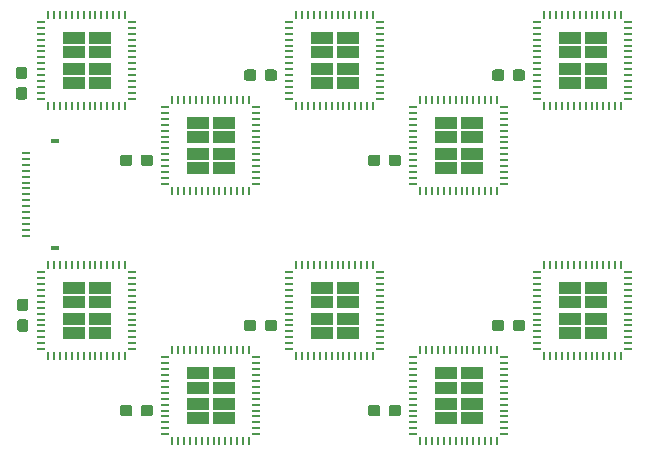
<source format=gbr>
G04 #@! TF.GenerationSoftware,KiCad,Pcbnew,(5.0.1)-3*
G04 #@! TF.CreationDate,2019-05-17T14:34:37+10:00*
G04 #@! TF.ProjectId,UVTV,555654562E6B696361645F7063620000,1*
G04 #@! TF.SameCoordinates,PX30291a0PY5aa5910*
G04 #@! TF.FileFunction,Paste,Bot*
G04 #@! TF.FilePolarity,Positive*
%FSLAX46Y46*%
G04 Gerber Fmt 4.6, Leading zero omitted, Abs format (unit mm)*
G04 Created by KiCad (PCBNEW (5.0.1)-3) date 2019-05-17 2:34:37 PM*
%MOMM*%
%LPD*%
G01*
G04 APERTURE LIST*
%ADD10R,1.960000X1.000000*%
%ADD11R,0.280000X0.690000*%
%ADD12R,0.690000X0.280000*%
%ADD13C,0.100000*%
%ADD14C,0.950000*%
%ADD15R,0.800000X0.400000*%
%ADD16R,0.750000X0.250000*%
G04 APERTURE END LIST*
D10*
G04 #@! TO.C,U-UV1A*
X16600000Y27150000D03*
X18800000Y27150000D03*
X16600000Y29750000D03*
X18800000Y29750000D03*
X18800000Y30950000D03*
X18800000Y28350000D03*
X16600000Y28350000D03*
X16600000Y30950000D03*
D11*
X20950000Y32885000D03*
X20450000Y32885000D03*
X19950000Y32885000D03*
X19450000Y32885000D03*
X18950000Y32885000D03*
X18450000Y32885000D03*
X17950000Y32885000D03*
X17450000Y32885000D03*
X16950000Y32885000D03*
X16450000Y32885000D03*
X15950000Y32885000D03*
X15450000Y32885000D03*
X14950000Y32885000D03*
X14450000Y32885000D03*
D12*
X13865000Y32300000D03*
X13865000Y31800000D03*
X13865000Y31300000D03*
X13865000Y30800000D03*
X13865000Y30300000D03*
X13865000Y29800000D03*
X13865000Y29300000D03*
X13865000Y28800000D03*
X13865000Y28300000D03*
X13865000Y27800000D03*
X13865000Y27300000D03*
X13865000Y26800000D03*
X13865000Y26300000D03*
X13865000Y25800000D03*
D11*
X14450000Y25215000D03*
X14950000Y25215000D03*
X15450000Y25215000D03*
X15950000Y25215000D03*
X16450000Y25215000D03*
X16950000Y25215000D03*
X17450000Y25215000D03*
X17950000Y25215000D03*
X18450000Y25215000D03*
X18950000Y25215000D03*
X19450000Y25215000D03*
X19950000Y25215000D03*
X20450000Y25215000D03*
X20950000Y25215000D03*
D12*
X21535000Y25800000D03*
X21535000Y26300000D03*
X21535000Y26800000D03*
X21535000Y27300000D03*
X21535000Y27800000D03*
X21535000Y28300000D03*
X21535000Y28800000D03*
X21535000Y29300000D03*
X21535000Y29800000D03*
X21535000Y30300000D03*
X21535000Y30800000D03*
X21535000Y31300000D03*
X21535000Y31800000D03*
X21535000Y32300000D03*
G04 #@! TD*
D10*
G04 #@! TO.C,U-RGB1A*
X6100000Y34350000D03*
X8300000Y34350000D03*
X6100000Y36950000D03*
X8300000Y36950000D03*
X8300000Y38150000D03*
X8300000Y35550000D03*
X6100000Y35550000D03*
X6100000Y38150000D03*
D11*
X10450000Y40085000D03*
X9950000Y40085000D03*
X9450000Y40085000D03*
X8950000Y40085000D03*
X8450000Y40085000D03*
X7950000Y40085000D03*
X7450000Y40085000D03*
X6950000Y40085000D03*
X6450000Y40085000D03*
X5950000Y40085000D03*
X5450000Y40085000D03*
X4950000Y40085000D03*
X4450000Y40085000D03*
X3950000Y40085000D03*
D12*
X3365000Y39500000D03*
X3365000Y39000000D03*
X3365000Y38500000D03*
X3365000Y38000000D03*
X3365000Y37500000D03*
X3365000Y37000000D03*
X3365000Y36500000D03*
X3365000Y36000000D03*
X3365000Y35500000D03*
X3365000Y35000000D03*
X3365000Y34500000D03*
X3365000Y34000000D03*
X3365000Y33500000D03*
X3365000Y33000000D03*
D11*
X3950000Y32415000D03*
X4450000Y32415000D03*
X4950000Y32415000D03*
X5450000Y32415000D03*
X5950000Y32415000D03*
X6450000Y32415000D03*
X6950000Y32415000D03*
X7450000Y32415000D03*
X7950000Y32415000D03*
X8450000Y32415000D03*
X8950000Y32415000D03*
X9450000Y32415000D03*
X9950000Y32415000D03*
X10450000Y32415000D03*
D12*
X11035000Y33000000D03*
X11035000Y33500000D03*
X11035000Y34000000D03*
X11035000Y34500000D03*
X11035000Y35000000D03*
X11035000Y35500000D03*
X11035000Y36000000D03*
X11035000Y36500000D03*
X11035000Y37000000D03*
X11035000Y37500000D03*
X11035000Y38000000D03*
X11035000Y38500000D03*
X11035000Y39000000D03*
X11035000Y39500000D03*
G04 #@! TD*
D13*
G04 #@! TO.C,C1A*
G36*
X1960779Y33973856D02*
X1983834Y33970437D01*
X2006443Y33964773D01*
X2028387Y33956921D01*
X2049457Y33946956D01*
X2069448Y33934974D01*
X2088168Y33921090D01*
X2105438Y33905438D01*
X2121090Y33888168D01*
X2134974Y33869448D01*
X2146956Y33849457D01*
X2156921Y33828387D01*
X2164773Y33806443D01*
X2170437Y33783834D01*
X2173856Y33760779D01*
X2175000Y33737500D01*
X2175000Y33162500D01*
X2173856Y33139221D01*
X2170437Y33116166D01*
X2164773Y33093557D01*
X2156921Y33071613D01*
X2146956Y33050543D01*
X2134974Y33030552D01*
X2121090Y33011832D01*
X2105438Y32994562D01*
X2088168Y32978910D01*
X2069448Y32965026D01*
X2049457Y32953044D01*
X2028387Y32943079D01*
X2006443Y32935227D01*
X1983834Y32929563D01*
X1960779Y32926144D01*
X1937500Y32925000D01*
X1462500Y32925000D01*
X1439221Y32926144D01*
X1416166Y32929563D01*
X1393557Y32935227D01*
X1371613Y32943079D01*
X1350543Y32953044D01*
X1330552Y32965026D01*
X1311832Y32978910D01*
X1294562Y32994562D01*
X1278910Y33011832D01*
X1265026Y33030552D01*
X1253044Y33050543D01*
X1243079Y33071613D01*
X1235227Y33093557D01*
X1229563Y33116166D01*
X1226144Y33139221D01*
X1225000Y33162500D01*
X1225000Y33737500D01*
X1226144Y33760779D01*
X1229563Y33783834D01*
X1235227Y33806443D01*
X1243079Y33828387D01*
X1253044Y33849457D01*
X1265026Y33869448D01*
X1278910Y33888168D01*
X1294562Y33905438D01*
X1311832Y33921090D01*
X1330552Y33934974D01*
X1350543Y33946956D01*
X1371613Y33956921D01*
X1393557Y33964773D01*
X1416166Y33970437D01*
X1439221Y33973856D01*
X1462500Y33975000D01*
X1937500Y33975000D01*
X1960779Y33973856D01*
X1960779Y33973856D01*
G37*
D14*
X1700000Y33450000D03*
D13*
G36*
X1960779Y35723856D02*
X1983834Y35720437D01*
X2006443Y35714773D01*
X2028387Y35706921D01*
X2049457Y35696956D01*
X2069448Y35684974D01*
X2088168Y35671090D01*
X2105438Y35655438D01*
X2121090Y35638168D01*
X2134974Y35619448D01*
X2146956Y35599457D01*
X2156921Y35578387D01*
X2164773Y35556443D01*
X2170437Y35533834D01*
X2173856Y35510779D01*
X2175000Y35487500D01*
X2175000Y34912500D01*
X2173856Y34889221D01*
X2170437Y34866166D01*
X2164773Y34843557D01*
X2156921Y34821613D01*
X2146956Y34800543D01*
X2134974Y34780552D01*
X2121090Y34761832D01*
X2105438Y34744562D01*
X2088168Y34728910D01*
X2069448Y34715026D01*
X2049457Y34703044D01*
X2028387Y34693079D01*
X2006443Y34685227D01*
X1983834Y34679563D01*
X1960779Y34676144D01*
X1937500Y34675000D01*
X1462500Y34675000D01*
X1439221Y34676144D01*
X1416166Y34679563D01*
X1393557Y34685227D01*
X1371613Y34693079D01*
X1350543Y34703044D01*
X1330552Y34715026D01*
X1311832Y34728910D01*
X1294562Y34744562D01*
X1278910Y34761832D01*
X1265026Y34780552D01*
X1253044Y34800543D01*
X1243079Y34821613D01*
X1235227Y34843557D01*
X1229563Y34866166D01*
X1226144Y34889221D01*
X1225000Y34912500D01*
X1225000Y35487500D01*
X1226144Y35510779D01*
X1229563Y35533834D01*
X1235227Y35556443D01*
X1243079Y35578387D01*
X1253044Y35599457D01*
X1265026Y35619448D01*
X1278910Y35638168D01*
X1294562Y35655438D01*
X1311832Y35671090D01*
X1330552Y35684974D01*
X1350543Y35696956D01*
X1371613Y35706921D01*
X1393557Y35714773D01*
X1416166Y35720437D01*
X1439221Y35723856D01*
X1462500Y35725000D01*
X1937500Y35725000D01*
X1960779Y35723856D01*
X1960779Y35723856D01*
G37*
D14*
X1700000Y35200000D03*
G04 #@! TD*
D13*
G04 #@! TO.C,C1B*
G36*
X10860779Y28273856D02*
X10883834Y28270437D01*
X10906443Y28264773D01*
X10928387Y28256921D01*
X10949457Y28246956D01*
X10969448Y28234974D01*
X10988168Y28221090D01*
X11005438Y28205438D01*
X11021090Y28188168D01*
X11034974Y28169448D01*
X11046956Y28149457D01*
X11056921Y28128387D01*
X11064773Y28106443D01*
X11070437Y28083834D01*
X11073856Y28060779D01*
X11075000Y28037500D01*
X11075000Y27562500D01*
X11073856Y27539221D01*
X11070437Y27516166D01*
X11064773Y27493557D01*
X11056921Y27471613D01*
X11046956Y27450543D01*
X11034974Y27430552D01*
X11021090Y27411832D01*
X11005438Y27394562D01*
X10988168Y27378910D01*
X10969448Y27365026D01*
X10949457Y27353044D01*
X10928387Y27343079D01*
X10906443Y27335227D01*
X10883834Y27329563D01*
X10860779Y27326144D01*
X10837500Y27325000D01*
X10262500Y27325000D01*
X10239221Y27326144D01*
X10216166Y27329563D01*
X10193557Y27335227D01*
X10171613Y27343079D01*
X10150543Y27353044D01*
X10130552Y27365026D01*
X10111832Y27378910D01*
X10094562Y27394562D01*
X10078910Y27411832D01*
X10065026Y27430552D01*
X10053044Y27450543D01*
X10043079Y27471613D01*
X10035227Y27493557D01*
X10029563Y27516166D01*
X10026144Y27539221D01*
X10025000Y27562500D01*
X10025000Y28037500D01*
X10026144Y28060779D01*
X10029563Y28083834D01*
X10035227Y28106443D01*
X10043079Y28128387D01*
X10053044Y28149457D01*
X10065026Y28169448D01*
X10078910Y28188168D01*
X10094562Y28205438D01*
X10111832Y28221090D01*
X10130552Y28234974D01*
X10150543Y28246956D01*
X10171613Y28256921D01*
X10193557Y28264773D01*
X10216166Y28270437D01*
X10239221Y28273856D01*
X10262500Y28275000D01*
X10837500Y28275000D01*
X10860779Y28273856D01*
X10860779Y28273856D01*
G37*
D14*
X10550000Y27800000D03*
D13*
G36*
X12610779Y28273856D02*
X12633834Y28270437D01*
X12656443Y28264773D01*
X12678387Y28256921D01*
X12699457Y28246956D01*
X12719448Y28234974D01*
X12738168Y28221090D01*
X12755438Y28205438D01*
X12771090Y28188168D01*
X12784974Y28169448D01*
X12796956Y28149457D01*
X12806921Y28128387D01*
X12814773Y28106443D01*
X12820437Y28083834D01*
X12823856Y28060779D01*
X12825000Y28037500D01*
X12825000Y27562500D01*
X12823856Y27539221D01*
X12820437Y27516166D01*
X12814773Y27493557D01*
X12806921Y27471613D01*
X12796956Y27450543D01*
X12784974Y27430552D01*
X12771090Y27411832D01*
X12755438Y27394562D01*
X12738168Y27378910D01*
X12719448Y27365026D01*
X12699457Y27353044D01*
X12678387Y27343079D01*
X12656443Y27335227D01*
X12633834Y27329563D01*
X12610779Y27326144D01*
X12587500Y27325000D01*
X12012500Y27325000D01*
X11989221Y27326144D01*
X11966166Y27329563D01*
X11943557Y27335227D01*
X11921613Y27343079D01*
X11900543Y27353044D01*
X11880552Y27365026D01*
X11861832Y27378910D01*
X11844562Y27394562D01*
X11828910Y27411832D01*
X11815026Y27430552D01*
X11803044Y27450543D01*
X11793079Y27471613D01*
X11785227Y27493557D01*
X11779563Y27516166D01*
X11776144Y27539221D01*
X11775000Y27562500D01*
X11775000Y28037500D01*
X11776144Y28060779D01*
X11779563Y28083834D01*
X11785227Y28106443D01*
X11793079Y28128387D01*
X11803044Y28149457D01*
X11815026Y28169448D01*
X11828910Y28188168D01*
X11844562Y28205438D01*
X11861832Y28221090D01*
X11880552Y28234974D01*
X11900543Y28246956D01*
X11921613Y28256921D01*
X11943557Y28264773D01*
X11966166Y28270437D01*
X11989221Y28273856D01*
X12012500Y28275000D01*
X12587500Y28275000D01*
X12610779Y28273856D01*
X12610779Y28273856D01*
G37*
D14*
X12300000Y27800000D03*
G04 #@! TD*
D13*
G04 #@! TO.C,C1C*
G36*
X21360779Y35473856D02*
X21383834Y35470437D01*
X21406443Y35464773D01*
X21428387Y35456921D01*
X21449457Y35446956D01*
X21469448Y35434974D01*
X21488168Y35421090D01*
X21505438Y35405438D01*
X21521090Y35388168D01*
X21534974Y35369448D01*
X21546956Y35349457D01*
X21556921Y35328387D01*
X21564773Y35306443D01*
X21570437Y35283834D01*
X21573856Y35260779D01*
X21575000Y35237500D01*
X21575000Y34762500D01*
X21573856Y34739221D01*
X21570437Y34716166D01*
X21564773Y34693557D01*
X21556921Y34671613D01*
X21546956Y34650543D01*
X21534974Y34630552D01*
X21521090Y34611832D01*
X21505438Y34594562D01*
X21488168Y34578910D01*
X21469448Y34565026D01*
X21449457Y34553044D01*
X21428387Y34543079D01*
X21406443Y34535227D01*
X21383834Y34529563D01*
X21360779Y34526144D01*
X21337500Y34525000D01*
X20762500Y34525000D01*
X20739221Y34526144D01*
X20716166Y34529563D01*
X20693557Y34535227D01*
X20671613Y34543079D01*
X20650543Y34553044D01*
X20630552Y34565026D01*
X20611832Y34578910D01*
X20594562Y34594562D01*
X20578910Y34611832D01*
X20565026Y34630552D01*
X20553044Y34650543D01*
X20543079Y34671613D01*
X20535227Y34693557D01*
X20529563Y34716166D01*
X20526144Y34739221D01*
X20525000Y34762500D01*
X20525000Y35237500D01*
X20526144Y35260779D01*
X20529563Y35283834D01*
X20535227Y35306443D01*
X20543079Y35328387D01*
X20553044Y35349457D01*
X20565026Y35369448D01*
X20578910Y35388168D01*
X20594562Y35405438D01*
X20611832Y35421090D01*
X20630552Y35434974D01*
X20650543Y35446956D01*
X20671613Y35456921D01*
X20693557Y35464773D01*
X20716166Y35470437D01*
X20739221Y35473856D01*
X20762500Y35475000D01*
X21337500Y35475000D01*
X21360779Y35473856D01*
X21360779Y35473856D01*
G37*
D14*
X21050000Y35000000D03*
D13*
G36*
X23110779Y35473856D02*
X23133834Y35470437D01*
X23156443Y35464773D01*
X23178387Y35456921D01*
X23199457Y35446956D01*
X23219448Y35434974D01*
X23238168Y35421090D01*
X23255438Y35405438D01*
X23271090Y35388168D01*
X23284974Y35369448D01*
X23296956Y35349457D01*
X23306921Y35328387D01*
X23314773Y35306443D01*
X23320437Y35283834D01*
X23323856Y35260779D01*
X23325000Y35237500D01*
X23325000Y34762500D01*
X23323856Y34739221D01*
X23320437Y34716166D01*
X23314773Y34693557D01*
X23306921Y34671613D01*
X23296956Y34650543D01*
X23284974Y34630552D01*
X23271090Y34611832D01*
X23255438Y34594562D01*
X23238168Y34578910D01*
X23219448Y34565026D01*
X23199457Y34553044D01*
X23178387Y34543079D01*
X23156443Y34535227D01*
X23133834Y34529563D01*
X23110779Y34526144D01*
X23087500Y34525000D01*
X22512500Y34525000D01*
X22489221Y34526144D01*
X22466166Y34529563D01*
X22443557Y34535227D01*
X22421613Y34543079D01*
X22400543Y34553044D01*
X22380552Y34565026D01*
X22361832Y34578910D01*
X22344562Y34594562D01*
X22328910Y34611832D01*
X22315026Y34630552D01*
X22303044Y34650543D01*
X22293079Y34671613D01*
X22285227Y34693557D01*
X22279563Y34716166D01*
X22276144Y34739221D01*
X22275000Y34762500D01*
X22275000Y35237500D01*
X22276144Y35260779D01*
X22279563Y35283834D01*
X22285227Y35306443D01*
X22293079Y35328387D01*
X22303044Y35349457D01*
X22315026Y35369448D01*
X22328910Y35388168D01*
X22344562Y35405438D01*
X22361832Y35421090D01*
X22380552Y35434974D01*
X22400543Y35446956D01*
X22421613Y35456921D01*
X22443557Y35464773D01*
X22466166Y35470437D01*
X22489221Y35473856D01*
X22512500Y35475000D01*
X23087500Y35475000D01*
X23110779Y35473856D01*
X23110779Y35473856D01*
G37*
D14*
X22800000Y35000000D03*
G04 #@! TD*
D13*
G04 #@! TO.C,C1D*
G36*
X31860779Y28273856D02*
X31883834Y28270437D01*
X31906443Y28264773D01*
X31928387Y28256921D01*
X31949457Y28246956D01*
X31969448Y28234974D01*
X31988168Y28221090D01*
X32005438Y28205438D01*
X32021090Y28188168D01*
X32034974Y28169448D01*
X32046956Y28149457D01*
X32056921Y28128387D01*
X32064773Y28106443D01*
X32070437Y28083834D01*
X32073856Y28060779D01*
X32075000Y28037500D01*
X32075000Y27562500D01*
X32073856Y27539221D01*
X32070437Y27516166D01*
X32064773Y27493557D01*
X32056921Y27471613D01*
X32046956Y27450543D01*
X32034974Y27430552D01*
X32021090Y27411832D01*
X32005438Y27394562D01*
X31988168Y27378910D01*
X31969448Y27365026D01*
X31949457Y27353044D01*
X31928387Y27343079D01*
X31906443Y27335227D01*
X31883834Y27329563D01*
X31860779Y27326144D01*
X31837500Y27325000D01*
X31262500Y27325000D01*
X31239221Y27326144D01*
X31216166Y27329563D01*
X31193557Y27335227D01*
X31171613Y27343079D01*
X31150543Y27353044D01*
X31130552Y27365026D01*
X31111832Y27378910D01*
X31094562Y27394562D01*
X31078910Y27411832D01*
X31065026Y27430552D01*
X31053044Y27450543D01*
X31043079Y27471613D01*
X31035227Y27493557D01*
X31029563Y27516166D01*
X31026144Y27539221D01*
X31025000Y27562500D01*
X31025000Y28037500D01*
X31026144Y28060779D01*
X31029563Y28083834D01*
X31035227Y28106443D01*
X31043079Y28128387D01*
X31053044Y28149457D01*
X31065026Y28169448D01*
X31078910Y28188168D01*
X31094562Y28205438D01*
X31111832Y28221090D01*
X31130552Y28234974D01*
X31150543Y28246956D01*
X31171613Y28256921D01*
X31193557Y28264773D01*
X31216166Y28270437D01*
X31239221Y28273856D01*
X31262500Y28275000D01*
X31837500Y28275000D01*
X31860779Y28273856D01*
X31860779Y28273856D01*
G37*
D14*
X31550000Y27800000D03*
D13*
G36*
X33610779Y28273856D02*
X33633834Y28270437D01*
X33656443Y28264773D01*
X33678387Y28256921D01*
X33699457Y28246956D01*
X33719448Y28234974D01*
X33738168Y28221090D01*
X33755438Y28205438D01*
X33771090Y28188168D01*
X33784974Y28169448D01*
X33796956Y28149457D01*
X33806921Y28128387D01*
X33814773Y28106443D01*
X33820437Y28083834D01*
X33823856Y28060779D01*
X33825000Y28037500D01*
X33825000Y27562500D01*
X33823856Y27539221D01*
X33820437Y27516166D01*
X33814773Y27493557D01*
X33806921Y27471613D01*
X33796956Y27450543D01*
X33784974Y27430552D01*
X33771090Y27411832D01*
X33755438Y27394562D01*
X33738168Y27378910D01*
X33719448Y27365026D01*
X33699457Y27353044D01*
X33678387Y27343079D01*
X33656443Y27335227D01*
X33633834Y27329563D01*
X33610779Y27326144D01*
X33587500Y27325000D01*
X33012500Y27325000D01*
X32989221Y27326144D01*
X32966166Y27329563D01*
X32943557Y27335227D01*
X32921613Y27343079D01*
X32900543Y27353044D01*
X32880552Y27365026D01*
X32861832Y27378910D01*
X32844562Y27394562D01*
X32828910Y27411832D01*
X32815026Y27430552D01*
X32803044Y27450543D01*
X32793079Y27471613D01*
X32785227Y27493557D01*
X32779563Y27516166D01*
X32776144Y27539221D01*
X32775000Y27562500D01*
X32775000Y28037500D01*
X32776144Y28060779D01*
X32779563Y28083834D01*
X32785227Y28106443D01*
X32793079Y28128387D01*
X32803044Y28149457D01*
X32815026Y28169448D01*
X32828910Y28188168D01*
X32844562Y28205438D01*
X32861832Y28221090D01*
X32880552Y28234974D01*
X32900543Y28246956D01*
X32921613Y28256921D01*
X32943557Y28264773D01*
X32966166Y28270437D01*
X32989221Y28273856D01*
X33012500Y28275000D01*
X33587500Y28275000D01*
X33610779Y28273856D01*
X33610779Y28273856D01*
G37*
D14*
X33300000Y27800000D03*
G04 #@! TD*
D13*
G04 #@! TO.C,C1E*
G36*
X42360779Y35473856D02*
X42383834Y35470437D01*
X42406443Y35464773D01*
X42428387Y35456921D01*
X42449457Y35446956D01*
X42469448Y35434974D01*
X42488168Y35421090D01*
X42505438Y35405438D01*
X42521090Y35388168D01*
X42534974Y35369448D01*
X42546956Y35349457D01*
X42556921Y35328387D01*
X42564773Y35306443D01*
X42570437Y35283834D01*
X42573856Y35260779D01*
X42575000Y35237500D01*
X42575000Y34762500D01*
X42573856Y34739221D01*
X42570437Y34716166D01*
X42564773Y34693557D01*
X42556921Y34671613D01*
X42546956Y34650543D01*
X42534974Y34630552D01*
X42521090Y34611832D01*
X42505438Y34594562D01*
X42488168Y34578910D01*
X42469448Y34565026D01*
X42449457Y34553044D01*
X42428387Y34543079D01*
X42406443Y34535227D01*
X42383834Y34529563D01*
X42360779Y34526144D01*
X42337500Y34525000D01*
X41762500Y34525000D01*
X41739221Y34526144D01*
X41716166Y34529563D01*
X41693557Y34535227D01*
X41671613Y34543079D01*
X41650543Y34553044D01*
X41630552Y34565026D01*
X41611832Y34578910D01*
X41594562Y34594562D01*
X41578910Y34611832D01*
X41565026Y34630552D01*
X41553044Y34650543D01*
X41543079Y34671613D01*
X41535227Y34693557D01*
X41529563Y34716166D01*
X41526144Y34739221D01*
X41525000Y34762500D01*
X41525000Y35237500D01*
X41526144Y35260779D01*
X41529563Y35283834D01*
X41535227Y35306443D01*
X41543079Y35328387D01*
X41553044Y35349457D01*
X41565026Y35369448D01*
X41578910Y35388168D01*
X41594562Y35405438D01*
X41611832Y35421090D01*
X41630552Y35434974D01*
X41650543Y35446956D01*
X41671613Y35456921D01*
X41693557Y35464773D01*
X41716166Y35470437D01*
X41739221Y35473856D01*
X41762500Y35475000D01*
X42337500Y35475000D01*
X42360779Y35473856D01*
X42360779Y35473856D01*
G37*
D14*
X42050000Y35000000D03*
D13*
G36*
X44110779Y35473856D02*
X44133834Y35470437D01*
X44156443Y35464773D01*
X44178387Y35456921D01*
X44199457Y35446956D01*
X44219448Y35434974D01*
X44238168Y35421090D01*
X44255438Y35405438D01*
X44271090Y35388168D01*
X44284974Y35369448D01*
X44296956Y35349457D01*
X44306921Y35328387D01*
X44314773Y35306443D01*
X44320437Y35283834D01*
X44323856Y35260779D01*
X44325000Y35237500D01*
X44325000Y34762500D01*
X44323856Y34739221D01*
X44320437Y34716166D01*
X44314773Y34693557D01*
X44306921Y34671613D01*
X44296956Y34650543D01*
X44284974Y34630552D01*
X44271090Y34611832D01*
X44255438Y34594562D01*
X44238168Y34578910D01*
X44219448Y34565026D01*
X44199457Y34553044D01*
X44178387Y34543079D01*
X44156443Y34535227D01*
X44133834Y34529563D01*
X44110779Y34526144D01*
X44087500Y34525000D01*
X43512500Y34525000D01*
X43489221Y34526144D01*
X43466166Y34529563D01*
X43443557Y34535227D01*
X43421613Y34543079D01*
X43400543Y34553044D01*
X43380552Y34565026D01*
X43361832Y34578910D01*
X43344562Y34594562D01*
X43328910Y34611832D01*
X43315026Y34630552D01*
X43303044Y34650543D01*
X43293079Y34671613D01*
X43285227Y34693557D01*
X43279563Y34716166D01*
X43276144Y34739221D01*
X43275000Y34762500D01*
X43275000Y35237500D01*
X43276144Y35260779D01*
X43279563Y35283834D01*
X43285227Y35306443D01*
X43293079Y35328387D01*
X43303044Y35349457D01*
X43315026Y35369448D01*
X43328910Y35388168D01*
X43344562Y35405438D01*
X43361832Y35421090D01*
X43380552Y35434974D01*
X43400543Y35446956D01*
X43421613Y35456921D01*
X43443557Y35464773D01*
X43466166Y35470437D01*
X43489221Y35473856D01*
X43512500Y35475000D01*
X44087500Y35475000D01*
X44110779Y35473856D01*
X44110779Y35473856D01*
G37*
D14*
X43800000Y35000000D03*
G04 #@! TD*
D13*
G04 #@! TO.C,C2A*
G36*
X2060779Y16073856D02*
X2083834Y16070437D01*
X2106443Y16064773D01*
X2128387Y16056921D01*
X2149457Y16046956D01*
X2169448Y16034974D01*
X2188168Y16021090D01*
X2205438Y16005438D01*
X2221090Y15988168D01*
X2234974Y15969448D01*
X2246956Y15949457D01*
X2256921Y15928387D01*
X2264773Y15906443D01*
X2270437Y15883834D01*
X2273856Y15860779D01*
X2275000Y15837500D01*
X2275000Y15262500D01*
X2273856Y15239221D01*
X2270437Y15216166D01*
X2264773Y15193557D01*
X2256921Y15171613D01*
X2246956Y15150543D01*
X2234974Y15130552D01*
X2221090Y15111832D01*
X2205438Y15094562D01*
X2188168Y15078910D01*
X2169448Y15065026D01*
X2149457Y15053044D01*
X2128387Y15043079D01*
X2106443Y15035227D01*
X2083834Y15029563D01*
X2060779Y15026144D01*
X2037500Y15025000D01*
X1562500Y15025000D01*
X1539221Y15026144D01*
X1516166Y15029563D01*
X1493557Y15035227D01*
X1471613Y15043079D01*
X1450543Y15053044D01*
X1430552Y15065026D01*
X1411832Y15078910D01*
X1394562Y15094562D01*
X1378910Y15111832D01*
X1365026Y15130552D01*
X1353044Y15150543D01*
X1343079Y15171613D01*
X1335227Y15193557D01*
X1329563Y15216166D01*
X1326144Y15239221D01*
X1325000Y15262500D01*
X1325000Y15837500D01*
X1326144Y15860779D01*
X1329563Y15883834D01*
X1335227Y15906443D01*
X1343079Y15928387D01*
X1353044Y15949457D01*
X1365026Y15969448D01*
X1378910Y15988168D01*
X1394562Y16005438D01*
X1411832Y16021090D01*
X1430552Y16034974D01*
X1450543Y16046956D01*
X1471613Y16056921D01*
X1493557Y16064773D01*
X1516166Y16070437D01*
X1539221Y16073856D01*
X1562500Y16075000D01*
X2037500Y16075000D01*
X2060779Y16073856D01*
X2060779Y16073856D01*
G37*
D14*
X1800000Y15550000D03*
D13*
G36*
X2060779Y14323856D02*
X2083834Y14320437D01*
X2106443Y14314773D01*
X2128387Y14306921D01*
X2149457Y14296956D01*
X2169448Y14284974D01*
X2188168Y14271090D01*
X2205438Y14255438D01*
X2221090Y14238168D01*
X2234974Y14219448D01*
X2246956Y14199457D01*
X2256921Y14178387D01*
X2264773Y14156443D01*
X2270437Y14133834D01*
X2273856Y14110779D01*
X2275000Y14087500D01*
X2275000Y13512500D01*
X2273856Y13489221D01*
X2270437Y13466166D01*
X2264773Y13443557D01*
X2256921Y13421613D01*
X2246956Y13400543D01*
X2234974Y13380552D01*
X2221090Y13361832D01*
X2205438Y13344562D01*
X2188168Y13328910D01*
X2169448Y13315026D01*
X2149457Y13303044D01*
X2128387Y13293079D01*
X2106443Y13285227D01*
X2083834Y13279563D01*
X2060779Y13276144D01*
X2037500Y13275000D01*
X1562500Y13275000D01*
X1539221Y13276144D01*
X1516166Y13279563D01*
X1493557Y13285227D01*
X1471613Y13293079D01*
X1450543Y13303044D01*
X1430552Y13315026D01*
X1411832Y13328910D01*
X1394562Y13344562D01*
X1378910Y13361832D01*
X1365026Y13380552D01*
X1353044Y13400543D01*
X1343079Y13421613D01*
X1335227Y13443557D01*
X1329563Y13466166D01*
X1326144Y13489221D01*
X1325000Y13512500D01*
X1325000Y14087500D01*
X1326144Y14110779D01*
X1329563Y14133834D01*
X1335227Y14156443D01*
X1343079Y14178387D01*
X1353044Y14199457D01*
X1365026Y14219448D01*
X1378910Y14238168D01*
X1394562Y14255438D01*
X1411832Y14271090D01*
X1430552Y14284974D01*
X1450543Y14296956D01*
X1471613Y14306921D01*
X1493557Y14314773D01*
X1516166Y14320437D01*
X1539221Y14323856D01*
X1562500Y14325000D01*
X2037500Y14325000D01*
X2060779Y14323856D01*
X2060779Y14323856D01*
G37*
D14*
X1800000Y13800000D03*
G04 #@! TD*
D13*
G04 #@! TO.C,C2B*
G36*
X10860779Y7073856D02*
X10883834Y7070437D01*
X10906443Y7064773D01*
X10928387Y7056921D01*
X10949457Y7046956D01*
X10969448Y7034974D01*
X10988168Y7021090D01*
X11005438Y7005438D01*
X11021090Y6988168D01*
X11034974Y6969448D01*
X11046956Y6949457D01*
X11056921Y6928387D01*
X11064773Y6906443D01*
X11070437Y6883834D01*
X11073856Y6860779D01*
X11075000Y6837500D01*
X11075000Y6362500D01*
X11073856Y6339221D01*
X11070437Y6316166D01*
X11064773Y6293557D01*
X11056921Y6271613D01*
X11046956Y6250543D01*
X11034974Y6230552D01*
X11021090Y6211832D01*
X11005438Y6194562D01*
X10988168Y6178910D01*
X10969448Y6165026D01*
X10949457Y6153044D01*
X10928387Y6143079D01*
X10906443Y6135227D01*
X10883834Y6129563D01*
X10860779Y6126144D01*
X10837500Y6125000D01*
X10262500Y6125000D01*
X10239221Y6126144D01*
X10216166Y6129563D01*
X10193557Y6135227D01*
X10171613Y6143079D01*
X10150543Y6153044D01*
X10130552Y6165026D01*
X10111832Y6178910D01*
X10094562Y6194562D01*
X10078910Y6211832D01*
X10065026Y6230552D01*
X10053044Y6250543D01*
X10043079Y6271613D01*
X10035227Y6293557D01*
X10029563Y6316166D01*
X10026144Y6339221D01*
X10025000Y6362500D01*
X10025000Y6837500D01*
X10026144Y6860779D01*
X10029563Y6883834D01*
X10035227Y6906443D01*
X10043079Y6928387D01*
X10053044Y6949457D01*
X10065026Y6969448D01*
X10078910Y6988168D01*
X10094562Y7005438D01*
X10111832Y7021090D01*
X10130552Y7034974D01*
X10150543Y7046956D01*
X10171613Y7056921D01*
X10193557Y7064773D01*
X10216166Y7070437D01*
X10239221Y7073856D01*
X10262500Y7075000D01*
X10837500Y7075000D01*
X10860779Y7073856D01*
X10860779Y7073856D01*
G37*
D14*
X10550000Y6600000D03*
D13*
G36*
X12610779Y7073856D02*
X12633834Y7070437D01*
X12656443Y7064773D01*
X12678387Y7056921D01*
X12699457Y7046956D01*
X12719448Y7034974D01*
X12738168Y7021090D01*
X12755438Y7005438D01*
X12771090Y6988168D01*
X12784974Y6969448D01*
X12796956Y6949457D01*
X12806921Y6928387D01*
X12814773Y6906443D01*
X12820437Y6883834D01*
X12823856Y6860779D01*
X12825000Y6837500D01*
X12825000Y6362500D01*
X12823856Y6339221D01*
X12820437Y6316166D01*
X12814773Y6293557D01*
X12806921Y6271613D01*
X12796956Y6250543D01*
X12784974Y6230552D01*
X12771090Y6211832D01*
X12755438Y6194562D01*
X12738168Y6178910D01*
X12719448Y6165026D01*
X12699457Y6153044D01*
X12678387Y6143079D01*
X12656443Y6135227D01*
X12633834Y6129563D01*
X12610779Y6126144D01*
X12587500Y6125000D01*
X12012500Y6125000D01*
X11989221Y6126144D01*
X11966166Y6129563D01*
X11943557Y6135227D01*
X11921613Y6143079D01*
X11900543Y6153044D01*
X11880552Y6165026D01*
X11861832Y6178910D01*
X11844562Y6194562D01*
X11828910Y6211832D01*
X11815026Y6230552D01*
X11803044Y6250543D01*
X11793079Y6271613D01*
X11785227Y6293557D01*
X11779563Y6316166D01*
X11776144Y6339221D01*
X11775000Y6362500D01*
X11775000Y6837500D01*
X11776144Y6860779D01*
X11779563Y6883834D01*
X11785227Y6906443D01*
X11793079Y6928387D01*
X11803044Y6949457D01*
X11815026Y6969448D01*
X11828910Y6988168D01*
X11844562Y7005438D01*
X11861832Y7021090D01*
X11880552Y7034974D01*
X11900543Y7046956D01*
X11921613Y7056921D01*
X11943557Y7064773D01*
X11966166Y7070437D01*
X11989221Y7073856D01*
X12012500Y7075000D01*
X12587500Y7075000D01*
X12610779Y7073856D01*
X12610779Y7073856D01*
G37*
D14*
X12300000Y6600000D03*
G04 #@! TD*
D13*
G04 #@! TO.C,C2C*
G36*
X21360779Y14273856D02*
X21383834Y14270437D01*
X21406443Y14264773D01*
X21428387Y14256921D01*
X21449457Y14246956D01*
X21469448Y14234974D01*
X21488168Y14221090D01*
X21505438Y14205438D01*
X21521090Y14188168D01*
X21534974Y14169448D01*
X21546956Y14149457D01*
X21556921Y14128387D01*
X21564773Y14106443D01*
X21570437Y14083834D01*
X21573856Y14060779D01*
X21575000Y14037500D01*
X21575000Y13562500D01*
X21573856Y13539221D01*
X21570437Y13516166D01*
X21564773Y13493557D01*
X21556921Y13471613D01*
X21546956Y13450543D01*
X21534974Y13430552D01*
X21521090Y13411832D01*
X21505438Y13394562D01*
X21488168Y13378910D01*
X21469448Y13365026D01*
X21449457Y13353044D01*
X21428387Y13343079D01*
X21406443Y13335227D01*
X21383834Y13329563D01*
X21360779Y13326144D01*
X21337500Y13325000D01*
X20762500Y13325000D01*
X20739221Y13326144D01*
X20716166Y13329563D01*
X20693557Y13335227D01*
X20671613Y13343079D01*
X20650543Y13353044D01*
X20630552Y13365026D01*
X20611832Y13378910D01*
X20594562Y13394562D01*
X20578910Y13411832D01*
X20565026Y13430552D01*
X20553044Y13450543D01*
X20543079Y13471613D01*
X20535227Y13493557D01*
X20529563Y13516166D01*
X20526144Y13539221D01*
X20525000Y13562500D01*
X20525000Y14037500D01*
X20526144Y14060779D01*
X20529563Y14083834D01*
X20535227Y14106443D01*
X20543079Y14128387D01*
X20553044Y14149457D01*
X20565026Y14169448D01*
X20578910Y14188168D01*
X20594562Y14205438D01*
X20611832Y14221090D01*
X20630552Y14234974D01*
X20650543Y14246956D01*
X20671613Y14256921D01*
X20693557Y14264773D01*
X20716166Y14270437D01*
X20739221Y14273856D01*
X20762500Y14275000D01*
X21337500Y14275000D01*
X21360779Y14273856D01*
X21360779Y14273856D01*
G37*
D14*
X21050000Y13800000D03*
D13*
G36*
X23110779Y14273856D02*
X23133834Y14270437D01*
X23156443Y14264773D01*
X23178387Y14256921D01*
X23199457Y14246956D01*
X23219448Y14234974D01*
X23238168Y14221090D01*
X23255438Y14205438D01*
X23271090Y14188168D01*
X23284974Y14169448D01*
X23296956Y14149457D01*
X23306921Y14128387D01*
X23314773Y14106443D01*
X23320437Y14083834D01*
X23323856Y14060779D01*
X23325000Y14037500D01*
X23325000Y13562500D01*
X23323856Y13539221D01*
X23320437Y13516166D01*
X23314773Y13493557D01*
X23306921Y13471613D01*
X23296956Y13450543D01*
X23284974Y13430552D01*
X23271090Y13411832D01*
X23255438Y13394562D01*
X23238168Y13378910D01*
X23219448Y13365026D01*
X23199457Y13353044D01*
X23178387Y13343079D01*
X23156443Y13335227D01*
X23133834Y13329563D01*
X23110779Y13326144D01*
X23087500Y13325000D01*
X22512500Y13325000D01*
X22489221Y13326144D01*
X22466166Y13329563D01*
X22443557Y13335227D01*
X22421613Y13343079D01*
X22400543Y13353044D01*
X22380552Y13365026D01*
X22361832Y13378910D01*
X22344562Y13394562D01*
X22328910Y13411832D01*
X22315026Y13430552D01*
X22303044Y13450543D01*
X22293079Y13471613D01*
X22285227Y13493557D01*
X22279563Y13516166D01*
X22276144Y13539221D01*
X22275000Y13562500D01*
X22275000Y14037500D01*
X22276144Y14060779D01*
X22279563Y14083834D01*
X22285227Y14106443D01*
X22293079Y14128387D01*
X22303044Y14149457D01*
X22315026Y14169448D01*
X22328910Y14188168D01*
X22344562Y14205438D01*
X22361832Y14221090D01*
X22380552Y14234974D01*
X22400543Y14246956D01*
X22421613Y14256921D01*
X22443557Y14264773D01*
X22466166Y14270437D01*
X22489221Y14273856D01*
X22512500Y14275000D01*
X23087500Y14275000D01*
X23110779Y14273856D01*
X23110779Y14273856D01*
G37*
D14*
X22800000Y13800000D03*
G04 #@! TD*
D13*
G04 #@! TO.C,C2D*
G36*
X31860779Y7073856D02*
X31883834Y7070437D01*
X31906443Y7064773D01*
X31928387Y7056921D01*
X31949457Y7046956D01*
X31969448Y7034974D01*
X31988168Y7021090D01*
X32005438Y7005438D01*
X32021090Y6988168D01*
X32034974Y6969448D01*
X32046956Y6949457D01*
X32056921Y6928387D01*
X32064773Y6906443D01*
X32070437Y6883834D01*
X32073856Y6860779D01*
X32075000Y6837500D01*
X32075000Y6362500D01*
X32073856Y6339221D01*
X32070437Y6316166D01*
X32064773Y6293557D01*
X32056921Y6271613D01*
X32046956Y6250543D01*
X32034974Y6230552D01*
X32021090Y6211832D01*
X32005438Y6194562D01*
X31988168Y6178910D01*
X31969448Y6165026D01*
X31949457Y6153044D01*
X31928387Y6143079D01*
X31906443Y6135227D01*
X31883834Y6129563D01*
X31860779Y6126144D01*
X31837500Y6125000D01*
X31262500Y6125000D01*
X31239221Y6126144D01*
X31216166Y6129563D01*
X31193557Y6135227D01*
X31171613Y6143079D01*
X31150543Y6153044D01*
X31130552Y6165026D01*
X31111832Y6178910D01*
X31094562Y6194562D01*
X31078910Y6211832D01*
X31065026Y6230552D01*
X31053044Y6250543D01*
X31043079Y6271613D01*
X31035227Y6293557D01*
X31029563Y6316166D01*
X31026144Y6339221D01*
X31025000Y6362500D01*
X31025000Y6837500D01*
X31026144Y6860779D01*
X31029563Y6883834D01*
X31035227Y6906443D01*
X31043079Y6928387D01*
X31053044Y6949457D01*
X31065026Y6969448D01*
X31078910Y6988168D01*
X31094562Y7005438D01*
X31111832Y7021090D01*
X31130552Y7034974D01*
X31150543Y7046956D01*
X31171613Y7056921D01*
X31193557Y7064773D01*
X31216166Y7070437D01*
X31239221Y7073856D01*
X31262500Y7075000D01*
X31837500Y7075000D01*
X31860779Y7073856D01*
X31860779Y7073856D01*
G37*
D14*
X31550000Y6600000D03*
D13*
G36*
X33610779Y7073856D02*
X33633834Y7070437D01*
X33656443Y7064773D01*
X33678387Y7056921D01*
X33699457Y7046956D01*
X33719448Y7034974D01*
X33738168Y7021090D01*
X33755438Y7005438D01*
X33771090Y6988168D01*
X33784974Y6969448D01*
X33796956Y6949457D01*
X33806921Y6928387D01*
X33814773Y6906443D01*
X33820437Y6883834D01*
X33823856Y6860779D01*
X33825000Y6837500D01*
X33825000Y6362500D01*
X33823856Y6339221D01*
X33820437Y6316166D01*
X33814773Y6293557D01*
X33806921Y6271613D01*
X33796956Y6250543D01*
X33784974Y6230552D01*
X33771090Y6211832D01*
X33755438Y6194562D01*
X33738168Y6178910D01*
X33719448Y6165026D01*
X33699457Y6153044D01*
X33678387Y6143079D01*
X33656443Y6135227D01*
X33633834Y6129563D01*
X33610779Y6126144D01*
X33587500Y6125000D01*
X33012500Y6125000D01*
X32989221Y6126144D01*
X32966166Y6129563D01*
X32943557Y6135227D01*
X32921613Y6143079D01*
X32900543Y6153044D01*
X32880552Y6165026D01*
X32861832Y6178910D01*
X32844562Y6194562D01*
X32828910Y6211832D01*
X32815026Y6230552D01*
X32803044Y6250543D01*
X32793079Y6271613D01*
X32785227Y6293557D01*
X32779563Y6316166D01*
X32776144Y6339221D01*
X32775000Y6362500D01*
X32775000Y6837500D01*
X32776144Y6860779D01*
X32779563Y6883834D01*
X32785227Y6906443D01*
X32793079Y6928387D01*
X32803044Y6949457D01*
X32815026Y6969448D01*
X32828910Y6988168D01*
X32844562Y7005438D01*
X32861832Y7021090D01*
X32880552Y7034974D01*
X32900543Y7046956D01*
X32921613Y7056921D01*
X32943557Y7064773D01*
X32966166Y7070437D01*
X32989221Y7073856D01*
X33012500Y7075000D01*
X33587500Y7075000D01*
X33610779Y7073856D01*
X33610779Y7073856D01*
G37*
D14*
X33300000Y6600000D03*
G04 #@! TD*
D13*
G04 #@! TO.C,C2E*
G36*
X42360779Y14273856D02*
X42383834Y14270437D01*
X42406443Y14264773D01*
X42428387Y14256921D01*
X42449457Y14246956D01*
X42469448Y14234974D01*
X42488168Y14221090D01*
X42505438Y14205438D01*
X42521090Y14188168D01*
X42534974Y14169448D01*
X42546956Y14149457D01*
X42556921Y14128387D01*
X42564773Y14106443D01*
X42570437Y14083834D01*
X42573856Y14060779D01*
X42575000Y14037500D01*
X42575000Y13562500D01*
X42573856Y13539221D01*
X42570437Y13516166D01*
X42564773Y13493557D01*
X42556921Y13471613D01*
X42546956Y13450543D01*
X42534974Y13430552D01*
X42521090Y13411832D01*
X42505438Y13394562D01*
X42488168Y13378910D01*
X42469448Y13365026D01*
X42449457Y13353044D01*
X42428387Y13343079D01*
X42406443Y13335227D01*
X42383834Y13329563D01*
X42360779Y13326144D01*
X42337500Y13325000D01*
X41762500Y13325000D01*
X41739221Y13326144D01*
X41716166Y13329563D01*
X41693557Y13335227D01*
X41671613Y13343079D01*
X41650543Y13353044D01*
X41630552Y13365026D01*
X41611832Y13378910D01*
X41594562Y13394562D01*
X41578910Y13411832D01*
X41565026Y13430552D01*
X41553044Y13450543D01*
X41543079Y13471613D01*
X41535227Y13493557D01*
X41529563Y13516166D01*
X41526144Y13539221D01*
X41525000Y13562500D01*
X41525000Y14037500D01*
X41526144Y14060779D01*
X41529563Y14083834D01*
X41535227Y14106443D01*
X41543079Y14128387D01*
X41553044Y14149457D01*
X41565026Y14169448D01*
X41578910Y14188168D01*
X41594562Y14205438D01*
X41611832Y14221090D01*
X41630552Y14234974D01*
X41650543Y14246956D01*
X41671613Y14256921D01*
X41693557Y14264773D01*
X41716166Y14270437D01*
X41739221Y14273856D01*
X41762500Y14275000D01*
X42337500Y14275000D01*
X42360779Y14273856D01*
X42360779Y14273856D01*
G37*
D14*
X42050000Y13800000D03*
D13*
G36*
X44110779Y14273856D02*
X44133834Y14270437D01*
X44156443Y14264773D01*
X44178387Y14256921D01*
X44199457Y14246956D01*
X44219448Y14234974D01*
X44238168Y14221090D01*
X44255438Y14205438D01*
X44271090Y14188168D01*
X44284974Y14169448D01*
X44296956Y14149457D01*
X44306921Y14128387D01*
X44314773Y14106443D01*
X44320437Y14083834D01*
X44323856Y14060779D01*
X44325000Y14037500D01*
X44325000Y13562500D01*
X44323856Y13539221D01*
X44320437Y13516166D01*
X44314773Y13493557D01*
X44306921Y13471613D01*
X44296956Y13450543D01*
X44284974Y13430552D01*
X44271090Y13411832D01*
X44255438Y13394562D01*
X44238168Y13378910D01*
X44219448Y13365026D01*
X44199457Y13353044D01*
X44178387Y13343079D01*
X44156443Y13335227D01*
X44133834Y13329563D01*
X44110779Y13326144D01*
X44087500Y13325000D01*
X43512500Y13325000D01*
X43489221Y13326144D01*
X43466166Y13329563D01*
X43443557Y13335227D01*
X43421613Y13343079D01*
X43400543Y13353044D01*
X43380552Y13365026D01*
X43361832Y13378910D01*
X43344562Y13394562D01*
X43328910Y13411832D01*
X43315026Y13430552D01*
X43303044Y13450543D01*
X43293079Y13471613D01*
X43285227Y13493557D01*
X43279563Y13516166D01*
X43276144Y13539221D01*
X43275000Y13562500D01*
X43275000Y14037500D01*
X43276144Y14060779D01*
X43279563Y14083834D01*
X43285227Y14106443D01*
X43293079Y14128387D01*
X43303044Y14149457D01*
X43315026Y14169448D01*
X43328910Y14188168D01*
X43344562Y14205438D01*
X43361832Y14221090D01*
X43380552Y14234974D01*
X43400543Y14246956D01*
X43421613Y14256921D01*
X43443557Y14264773D01*
X43466166Y14270437D01*
X43489221Y14273856D01*
X43512500Y14275000D01*
X44087500Y14275000D01*
X44110779Y14273856D01*
X44110779Y14273856D01*
G37*
D14*
X43800000Y13800000D03*
G04 #@! TD*
D10*
G04 #@! TO.C,U-RGB1B*
X27100000Y34350000D03*
X29300000Y34350000D03*
X27100000Y36950000D03*
X29300000Y36950000D03*
X29300000Y38150000D03*
X29300000Y35550000D03*
X27100000Y35550000D03*
X27100000Y38150000D03*
D11*
X31450000Y40085000D03*
X30950000Y40085000D03*
X30450000Y40085000D03*
X29950000Y40085000D03*
X29450000Y40085000D03*
X28950000Y40085000D03*
X28450000Y40085000D03*
X27950000Y40085000D03*
X27450000Y40085000D03*
X26950000Y40085000D03*
X26450000Y40085000D03*
X25950000Y40085000D03*
X25450000Y40085000D03*
X24950000Y40085000D03*
D12*
X24365000Y39500000D03*
X24365000Y39000000D03*
X24365000Y38500000D03*
X24365000Y38000000D03*
X24365000Y37500000D03*
X24365000Y37000000D03*
X24365000Y36500000D03*
X24365000Y36000000D03*
X24365000Y35500000D03*
X24365000Y35000000D03*
X24365000Y34500000D03*
X24365000Y34000000D03*
X24365000Y33500000D03*
X24365000Y33000000D03*
D11*
X24950000Y32415000D03*
X25450000Y32415000D03*
X25950000Y32415000D03*
X26450000Y32415000D03*
X26950000Y32415000D03*
X27450000Y32415000D03*
X27950000Y32415000D03*
X28450000Y32415000D03*
X28950000Y32415000D03*
X29450000Y32415000D03*
X29950000Y32415000D03*
X30450000Y32415000D03*
X30950000Y32415000D03*
X31450000Y32415000D03*
D12*
X32035000Y33000000D03*
X32035000Y33500000D03*
X32035000Y34000000D03*
X32035000Y34500000D03*
X32035000Y35000000D03*
X32035000Y35500000D03*
X32035000Y36000000D03*
X32035000Y36500000D03*
X32035000Y37000000D03*
X32035000Y37500000D03*
X32035000Y38000000D03*
X32035000Y38500000D03*
X32035000Y39000000D03*
X32035000Y39500000D03*
G04 #@! TD*
D10*
G04 #@! TO.C,U-RGB1C*
X48100000Y34350000D03*
X50300000Y34350000D03*
X48100000Y36950000D03*
X50300000Y36950000D03*
X50300000Y38150000D03*
X50300000Y35550000D03*
X48100000Y35550000D03*
X48100000Y38150000D03*
D11*
X52450000Y40085000D03*
X51950000Y40085000D03*
X51450000Y40085000D03*
X50950000Y40085000D03*
X50450000Y40085000D03*
X49950000Y40085000D03*
X49450000Y40085000D03*
X48950000Y40085000D03*
X48450000Y40085000D03*
X47950000Y40085000D03*
X47450000Y40085000D03*
X46950000Y40085000D03*
X46450000Y40085000D03*
X45950000Y40085000D03*
D12*
X45365000Y39500000D03*
X45365000Y39000000D03*
X45365000Y38500000D03*
X45365000Y38000000D03*
X45365000Y37500000D03*
X45365000Y37000000D03*
X45365000Y36500000D03*
X45365000Y36000000D03*
X45365000Y35500000D03*
X45365000Y35000000D03*
X45365000Y34500000D03*
X45365000Y34000000D03*
X45365000Y33500000D03*
X45365000Y33000000D03*
D11*
X45950000Y32415000D03*
X46450000Y32415000D03*
X46950000Y32415000D03*
X47450000Y32415000D03*
X47950000Y32415000D03*
X48450000Y32415000D03*
X48950000Y32415000D03*
X49450000Y32415000D03*
X49950000Y32415000D03*
X50450000Y32415000D03*
X50950000Y32415000D03*
X51450000Y32415000D03*
X51950000Y32415000D03*
X52450000Y32415000D03*
D12*
X53035000Y33000000D03*
X53035000Y33500000D03*
X53035000Y34000000D03*
X53035000Y34500000D03*
X53035000Y35000000D03*
X53035000Y35500000D03*
X53035000Y36000000D03*
X53035000Y36500000D03*
X53035000Y37000000D03*
X53035000Y37500000D03*
X53035000Y38000000D03*
X53035000Y38500000D03*
X53035000Y39000000D03*
X53035000Y39500000D03*
G04 #@! TD*
D10*
G04 #@! TO.C,U-RGB2A*
X6100000Y13150000D03*
X8300000Y13150000D03*
X6100000Y15750000D03*
X8300000Y15750000D03*
X8300000Y16950000D03*
X8300000Y14350000D03*
X6100000Y14350000D03*
X6100000Y16950000D03*
D11*
X10450000Y18885000D03*
X9950000Y18885000D03*
X9450000Y18885000D03*
X8950000Y18885000D03*
X8450000Y18885000D03*
X7950000Y18885000D03*
X7450000Y18885000D03*
X6950000Y18885000D03*
X6450000Y18885000D03*
X5950000Y18885000D03*
X5450000Y18885000D03*
X4950000Y18885000D03*
X4450000Y18885000D03*
X3950000Y18885000D03*
D12*
X3365000Y18300000D03*
X3365000Y17800000D03*
X3365000Y17300000D03*
X3365000Y16800000D03*
X3365000Y16300000D03*
X3365000Y15800000D03*
X3365000Y15300000D03*
X3365000Y14800000D03*
X3365000Y14300000D03*
X3365000Y13800000D03*
X3365000Y13300000D03*
X3365000Y12800000D03*
X3365000Y12300000D03*
X3365000Y11800000D03*
D11*
X3950000Y11215000D03*
X4450000Y11215000D03*
X4950000Y11215000D03*
X5450000Y11215000D03*
X5950000Y11215000D03*
X6450000Y11215000D03*
X6950000Y11215000D03*
X7450000Y11215000D03*
X7950000Y11215000D03*
X8450000Y11215000D03*
X8950000Y11215000D03*
X9450000Y11215000D03*
X9950000Y11215000D03*
X10450000Y11215000D03*
D12*
X11035000Y11800000D03*
X11035000Y12300000D03*
X11035000Y12800000D03*
X11035000Y13300000D03*
X11035000Y13800000D03*
X11035000Y14300000D03*
X11035000Y14800000D03*
X11035000Y15300000D03*
X11035000Y15800000D03*
X11035000Y16300000D03*
X11035000Y16800000D03*
X11035000Y17300000D03*
X11035000Y17800000D03*
X11035000Y18300000D03*
G04 #@! TD*
D10*
G04 #@! TO.C,U-RGB2B*
X27100000Y13150000D03*
X29300000Y13150000D03*
X27100000Y15750000D03*
X29300000Y15750000D03*
X29300000Y16950000D03*
X29300000Y14350000D03*
X27100000Y14350000D03*
X27100000Y16950000D03*
D11*
X31450000Y18885000D03*
X30950000Y18885000D03*
X30450000Y18885000D03*
X29950000Y18885000D03*
X29450000Y18885000D03*
X28950000Y18885000D03*
X28450000Y18885000D03*
X27950000Y18885000D03*
X27450000Y18885000D03*
X26950000Y18885000D03*
X26450000Y18885000D03*
X25950000Y18885000D03*
X25450000Y18885000D03*
X24950000Y18885000D03*
D12*
X24365000Y18300000D03*
X24365000Y17800000D03*
X24365000Y17300000D03*
X24365000Y16800000D03*
X24365000Y16300000D03*
X24365000Y15800000D03*
X24365000Y15300000D03*
X24365000Y14800000D03*
X24365000Y14300000D03*
X24365000Y13800000D03*
X24365000Y13300000D03*
X24365000Y12800000D03*
X24365000Y12300000D03*
X24365000Y11800000D03*
D11*
X24950000Y11215000D03*
X25450000Y11215000D03*
X25950000Y11215000D03*
X26450000Y11215000D03*
X26950000Y11215000D03*
X27450000Y11215000D03*
X27950000Y11215000D03*
X28450000Y11215000D03*
X28950000Y11215000D03*
X29450000Y11215000D03*
X29950000Y11215000D03*
X30450000Y11215000D03*
X30950000Y11215000D03*
X31450000Y11215000D03*
D12*
X32035000Y11800000D03*
X32035000Y12300000D03*
X32035000Y12800000D03*
X32035000Y13300000D03*
X32035000Y13800000D03*
X32035000Y14300000D03*
X32035000Y14800000D03*
X32035000Y15300000D03*
X32035000Y15800000D03*
X32035000Y16300000D03*
X32035000Y16800000D03*
X32035000Y17300000D03*
X32035000Y17800000D03*
X32035000Y18300000D03*
G04 #@! TD*
D10*
G04 #@! TO.C,U-RGB2C*
X48100000Y13150000D03*
X50300000Y13150000D03*
X48100000Y15750000D03*
X50300000Y15750000D03*
X50300000Y16950000D03*
X50300000Y14350000D03*
X48100000Y14350000D03*
X48100000Y16950000D03*
D11*
X52450000Y18885000D03*
X51950000Y18885000D03*
X51450000Y18885000D03*
X50950000Y18885000D03*
X50450000Y18885000D03*
X49950000Y18885000D03*
X49450000Y18885000D03*
X48950000Y18885000D03*
X48450000Y18885000D03*
X47950000Y18885000D03*
X47450000Y18885000D03*
X46950000Y18885000D03*
X46450000Y18885000D03*
X45950000Y18885000D03*
D12*
X45365000Y18300000D03*
X45365000Y17800000D03*
X45365000Y17300000D03*
X45365000Y16800000D03*
X45365000Y16300000D03*
X45365000Y15800000D03*
X45365000Y15300000D03*
X45365000Y14800000D03*
X45365000Y14300000D03*
X45365000Y13800000D03*
X45365000Y13300000D03*
X45365000Y12800000D03*
X45365000Y12300000D03*
X45365000Y11800000D03*
D11*
X45950000Y11215000D03*
X46450000Y11215000D03*
X46950000Y11215000D03*
X47450000Y11215000D03*
X47950000Y11215000D03*
X48450000Y11215000D03*
X48950000Y11215000D03*
X49450000Y11215000D03*
X49950000Y11215000D03*
X50450000Y11215000D03*
X50950000Y11215000D03*
X51450000Y11215000D03*
X51950000Y11215000D03*
X52450000Y11215000D03*
D12*
X53035000Y11800000D03*
X53035000Y12300000D03*
X53035000Y12800000D03*
X53035000Y13300000D03*
X53035000Y13800000D03*
X53035000Y14300000D03*
X53035000Y14800000D03*
X53035000Y15300000D03*
X53035000Y15800000D03*
X53035000Y16300000D03*
X53035000Y16800000D03*
X53035000Y17300000D03*
X53035000Y17800000D03*
X53035000Y18300000D03*
G04 #@! TD*
D10*
G04 #@! TO.C,U-UV1C*
X37600000Y27150000D03*
X39800000Y27150000D03*
X37600000Y29750000D03*
X39800000Y29750000D03*
X39800000Y30950000D03*
X39800000Y28350000D03*
X37600000Y28350000D03*
X37600000Y30950000D03*
D11*
X41950000Y32885000D03*
X41450000Y32885000D03*
X40950000Y32885000D03*
X40450000Y32885000D03*
X39950000Y32885000D03*
X39450000Y32885000D03*
X38950000Y32885000D03*
X38450000Y32885000D03*
X37950000Y32885000D03*
X37450000Y32885000D03*
X36950000Y32885000D03*
X36450000Y32885000D03*
X35950000Y32885000D03*
X35450000Y32885000D03*
D12*
X34865000Y32300000D03*
X34865000Y31800000D03*
X34865000Y31300000D03*
X34865000Y30800000D03*
X34865000Y30300000D03*
X34865000Y29800000D03*
X34865000Y29300000D03*
X34865000Y28800000D03*
X34865000Y28300000D03*
X34865000Y27800000D03*
X34865000Y27300000D03*
X34865000Y26800000D03*
X34865000Y26300000D03*
X34865000Y25800000D03*
D11*
X35450000Y25215000D03*
X35950000Y25215000D03*
X36450000Y25215000D03*
X36950000Y25215000D03*
X37450000Y25215000D03*
X37950000Y25215000D03*
X38450000Y25215000D03*
X38950000Y25215000D03*
X39450000Y25215000D03*
X39950000Y25215000D03*
X40450000Y25215000D03*
X40950000Y25215000D03*
X41450000Y25215000D03*
X41950000Y25215000D03*
D12*
X42535000Y25800000D03*
X42535000Y26300000D03*
X42535000Y26800000D03*
X42535000Y27300000D03*
X42535000Y27800000D03*
X42535000Y28300000D03*
X42535000Y28800000D03*
X42535000Y29300000D03*
X42535000Y29800000D03*
X42535000Y30300000D03*
X42535000Y30800000D03*
X42535000Y31300000D03*
X42535000Y31800000D03*
X42535000Y32300000D03*
G04 #@! TD*
D10*
G04 #@! TO.C,U-UV2A*
X16600000Y5950000D03*
X18800000Y5950000D03*
X16600000Y8550000D03*
X18800000Y8550000D03*
X18800000Y9750000D03*
X18800000Y7150000D03*
X16600000Y7150000D03*
X16600000Y9750000D03*
D11*
X20950000Y11685000D03*
X20450000Y11685000D03*
X19950000Y11685000D03*
X19450000Y11685000D03*
X18950000Y11685000D03*
X18450000Y11685000D03*
X17950000Y11685000D03*
X17450000Y11685000D03*
X16950000Y11685000D03*
X16450000Y11685000D03*
X15950000Y11685000D03*
X15450000Y11685000D03*
X14950000Y11685000D03*
X14450000Y11685000D03*
D12*
X13865000Y11100000D03*
X13865000Y10600000D03*
X13865000Y10100000D03*
X13865000Y9600000D03*
X13865000Y9100000D03*
X13865000Y8600000D03*
X13865000Y8100000D03*
X13865000Y7600000D03*
X13865000Y7100000D03*
X13865000Y6600000D03*
X13865000Y6100000D03*
X13865000Y5600000D03*
X13865000Y5100000D03*
X13865000Y4600000D03*
D11*
X14450000Y4015000D03*
X14950000Y4015000D03*
X15450000Y4015000D03*
X15950000Y4015000D03*
X16450000Y4015000D03*
X16950000Y4015000D03*
X17450000Y4015000D03*
X17950000Y4015000D03*
X18450000Y4015000D03*
X18950000Y4015000D03*
X19450000Y4015000D03*
X19950000Y4015000D03*
X20450000Y4015000D03*
X20950000Y4015000D03*
D12*
X21535000Y4600000D03*
X21535000Y5100000D03*
X21535000Y5600000D03*
X21535000Y6100000D03*
X21535000Y6600000D03*
X21535000Y7100000D03*
X21535000Y7600000D03*
X21535000Y8100000D03*
X21535000Y8600000D03*
X21535000Y9100000D03*
X21535000Y9600000D03*
X21535000Y10100000D03*
X21535000Y10600000D03*
X21535000Y11100000D03*
G04 #@! TD*
D10*
G04 #@! TO.C,U-UV2C*
X37600000Y5950000D03*
X39800000Y5950000D03*
X37600000Y8550000D03*
X39800000Y8550000D03*
X39800000Y9750000D03*
X39800000Y7150000D03*
X37600000Y7150000D03*
X37600000Y9750000D03*
D11*
X41950000Y11685000D03*
X41450000Y11685000D03*
X40950000Y11685000D03*
X40450000Y11685000D03*
X39950000Y11685000D03*
X39450000Y11685000D03*
X38950000Y11685000D03*
X38450000Y11685000D03*
X37950000Y11685000D03*
X37450000Y11685000D03*
X36950000Y11685000D03*
X36450000Y11685000D03*
X35950000Y11685000D03*
X35450000Y11685000D03*
D12*
X34865000Y11100000D03*
X34865000Y10600000D03*
X34865000Y10100000D03*
X34865000Y9600000D03*
X34865000Y9100000D03*
X34865000Y8600000D03*
X34865000Y8100000D03*
X34865000Y7600000D03*
X34865000Y7100000D03*
X34865000Y6600000D03*
X34865000Y6100000D03*
X34865000Y5600000D03*
X34865000Y5100000D03*
X34865000Y4600000D03*
D11*
X35450000Y4015000D03*
X35950000Y4015000D03*
X36450000Y4015000D03*
X36950000Y4015000D03*
X37450000Y4015000D03*
X37950000Y4015000D03*
X38450000Y4015000D03*
X38950000Y4015000D03*
X39450000Y4015000D03*
X39950000Y4015000D03*
X40450000Y4015000D03*
X40950000Y4015000D03*
X41450000Y4015000D03*
X41950000Y4015000D03*
D12*
X42535000Y4600000D03*
X42535000Y5100000D03*
X42535000Y5600000D03*
X42535000Y6100000D03*
X42535000Y6600000D03*
X42535000Y7100000D03*
X42535000Y7600000D03*
X42535000Y8100000D03*
X42535000Y8600000D03*
X42535000Y9100000D03*
X42535000Y9600000D03*
X42535000Y10100000D03*
X42535000Y10600000D03*
X42535000Y11100000D03*
G04 #@! TD*
D15*
G04 #@! TO.C,J1*
X4550000Y20400000D03*
D16*
X2050000Y21400000D03*
X2050000Y21900000D03*
X2050000Y22400000D03*
X2050000Y22900000D03*
X2050000Y23400000D03*
X2050000Y23900000D03*
X2050000Y24400000D03*
X2050000Y24900000D03*
X2050000Y25400000D03*
X2050000Y25900000D03*
X2050000Y26400000D03*
X2050000Y26900000D03*
X2050000Y27400000D03*
X2050000Y27900000D03*
X2050000Y28400000D03*
D15*
X4550000Y29400000D03*
G04 #@! TD*
M02*

</source>
